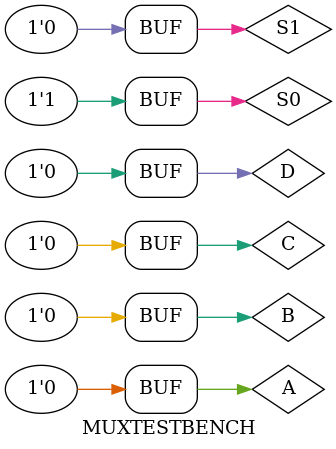
<source format=v>
`timescale 1ns / 1ps


module MUXTESTBENCH;

	// Inputs
	reg A;
	reg B;
	reg C;
	reg D;
	reg S0;
	reg S1;

	// Outputs
	wire muxOUT;

	// Instantiate the Unit Under Test (UUT)
	mux4to1 uut (
		.A(A), 
		.B(B), 
		.C(C), 
		.D(D), 
		.S1(S1), 
		.muxOUT(muxOUT)
	);

	initial begin
		// Initialize Inputs
		A = 0;
		B = 0;
		C = 0;
		D = 0;
		S0 = 0;
		S1 = 0;

		//Wait 250 ns for global reset to finish
		#250; S0=0; S1=1;
		#250; S0=1; S1=0;
		#250; S0=1; S1=0;

        
		// Add stimulus here

	end
      
endmodule


</source>
